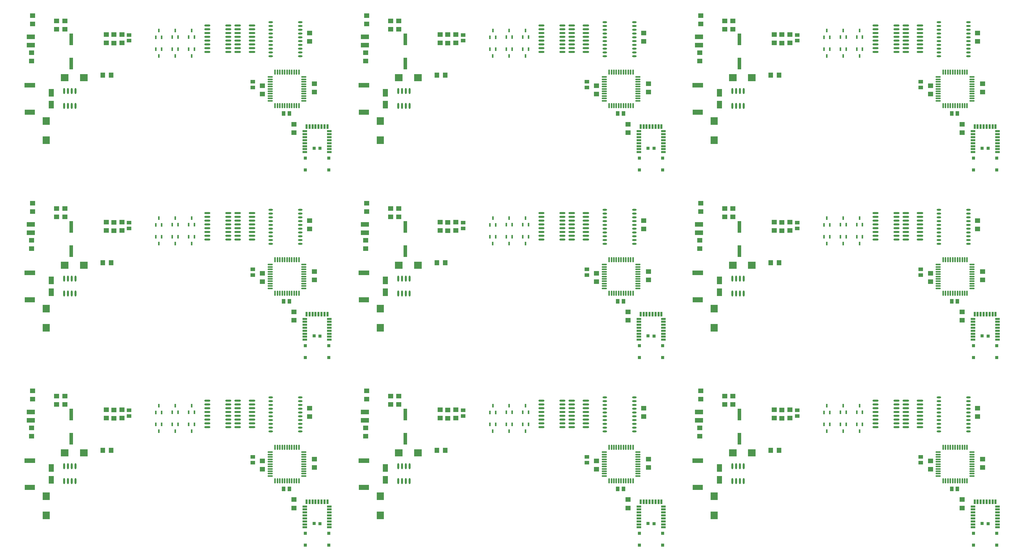
<source format=gtp>
%FSAX24Y24*%
%MOIN*%
G70*
G01*
G75*
G04 Layer_Color=8421504*
%ADD10C,0.0630*%
%ADD11R,0.0472X0.1575*%
%ADD12R,0.1063X0.0630*%
%ADD13R,0.0236X0.0453*%
%ADD14O,0.0236X0.0787*%
%ADD15R,0.1024X0.0945*%
%ADD16R,0.0709X0.0630*%
%ADD17R,0.0512X0.0591*%
%ADD18O,0.0591X0.0236*%
%ADD19R,0.0591X0.0512*%
%ADD20R,0.0945X0.1024*%
%ADD21R,0.0669X0.0984*%
%ADD22R,0.1378X0.0669*%
%ADD23R,0.1417X0.0591*%
%ADD24O,0.0866X0.0236*%
%ADD25O,0.0787X0.0248*%
%ADD26O,0.0689X0.0217*%
%ADD27O,0.0217X0.0689*%
%ADD28R,0.0630X0.0709*%
G04:AMPARAMS|DCode=29|XSize=24mil|YSize=59.1mil|CornerRadius=0.6mil|HoleSize=0mil|Usage=FLASHONLY|Rotation=270.000|XOffset=0mil|YOffset=0mil|HoleType=Round|Shape=RoundedRectangle|*
%AMROUNDEDRECTD29*
21,1,0.0240,0.0579,0,0,270.0*
21,1,0.0228,0.0591,0,0,270.0*
1,1,0.0012,-0.0289,-0.0114*
1,1,0.0012,-0.0289,0.0114*
1,1,0.0012,0.0289,0.0114*
1,1,0.0012,0.0289,-0.0114*
%
%ADD29ROUNDEDRECTD29*%
G04:AMPARAMS|DCode=30|XSize=24mil|YSize=59.1mil|CornerRadius=0.6mil|HoleSize=0mil|Usage=FLASHONLY|Rotation=180.000|XOffset=0mil|YOffset=0mil|HoleType=Round|Shape=RoundedRectangle|*
%AMROUNDEDRECTD30*
21,1,0.0240,0.0579,0,0,180.0*
21,1,0.0228,0.0591,0,0,180.0*
1,1,0.0012,-0.0114,0.0289*
1,1,0.0012,0.0114,0.0289*
1,1,0.0012,0.0114,-0.0289*
1,1,0.0012,-0.0114,-0.0289*
%
%ADD30ROUNDEDRECTD30*%
%ADD31C,0.0157*%
%ADD32C,0.0118*%
%ADD33C,0.0079*%
%ADD34C,0.0197*%
%ADD35C,0.0330*%
%ADD36C,0.0236*%
%ADD37C,0.0394*%
%ADD38R,0.0945X0.0984*%
%ADD39P,0.1114X4X270.0*%
%ADD40R,0.0394X0.0394*%
%ADD41C,0.1250*%
%ADD42C,0.0600*%
%ADD43C,0.0700*%
%ADD44R,0.0700X0.0700*%
%ADD45C,0.0709*%
%ADD46C,0.0500*%
%ADD47R,0.0500X0.0500*%
%ADD48C,0.1600*%
%ADD49C,0.0591*%
%ADD50R,0.0591X0.0591*%
%ADD51C,0.0394*%
%ADD52O,0.0472X0.0984*%
%ADD53C,0.0315*%
%ADD54C,0.0400*%
%ADD55R,0.6594X0.5118*%
%ADD56C,0.1650*%
%ADD57C,0.0640*%
G04:AMPARAMS|DCode=58|XSize=84mil|YSize=84mil|CornerRadius=0mil|HoleSize=0mil|Usage=FLASHONLY|Rotation=0.000|XOffset=0mil|YOffset=0mil|HoleType=Round|Shape=Relief|Width=10mil|Gap=10mil|Entries=4|*
%AMTHD58*
7,0,0,0.0840,0.0640,0.0100,45*
%
%ADD58THD58*%
%ADD59C,0.0610*%
%ADD60C,0.0800*%
G04:AMPARAMS|DCode=61|XSize=95mil|YSize=95mil|CornerRadius=0mil|HoleSize=0mil|Usage=FLASHONLY|Rotation=0.000|XOffset=0mil|YOffset=0mil|HoleType=Round|Shape=Relief|Width=10mil|Gap=10mil|Entries=4|*
%AMTHD61*
7,0,0,0.0950,0.0750,0.0100,45*
%
%ADD61THD61*%
G04:AMPARAMS|DCode=62|XSize=100mil|YSize=100mil|CornerRadius=0mil|HoleSize=0mil|Usage=FLASHONLY|Rotation=0.000|XOffset=0mil|YOffset=0mil|HoleType=Round|Shape=Relief|Width=10mil|Gap=10mil|Entries=4|*
%AMTHD62*
7,0,0,0.1000,0.0800,0.0100,45*
%
%ADD62THD62*%
%ADD63C,0.0750*%
%ADD64C,0.0754*%
%ADD65C,0.0872*%
%ADD66C,0.0680*%
G04:AMPARAMS|DCode=67|XSize=88mil|YSize=88mil|CornerRadius=0mil|HoleSize=0mil|Usage=FLASHONLY|Rotation=0.000|XOffset=0mil|YOffset=0mil|HoleType=Round|Shape=Relief|Width=10mil|Gap=10mil|Entries=4|*
%AMTHD67*
7,0,0,0.0880,0.0680,0.0100,45*
%
%ADD67THD67*%
G04:AMPARAMS|DCode=68|XSize=95.433mil|YSize=95.433mil|CornerRadius=0mil|HoleSize=0mil|Usage=FLASHONLY|Rotation=0.000|XOffset=0mil|YOffset=0mil|HoleType=Round|Shape=Relief|Width=10mil|Gap=10mil|Entries=4|*
%AMTHD68*
7,0,0,0.0954,0.0754,0.0100,45*
%
%ADD68THD68*%
%ADD69C,0.0597*%
G04:AMPARAMS|DCode=70|XSize=90mil|YSize=90mil|CornerRadius=0mil|HoleSize=0mil|Usage=FLASHONLY|Rotation=0.000|XOffset=0mil|YOffset=0mil|HoleType=Round|Shape=Relief|Width=10mil|Gap=10mil|Entries=4|*
%AMTHD70*
7,0,0,0.0900,0.0700,0.0100,45*
%
%ADD70THD70*%
%ADD71C,0.0636*%
%ADD72C,0.0518*%
G04:AMPARAMS|DCode=73|XSize=71.811mil|YSize=71.811mil|CornerRadius=0mil|HoleSize=0mil|Usage=FLASHONLY|Rotation=0.000|XOffset=0mil|YOffset=0mil|HoleType=Round|Shape=Relief|Width=10mil|Gap=10mil|Entries=4|*
%AMTHD73*
7,0,0,0.0718,0.0518,0.0100,45*
%
%ADD73THD73*%
%ADD74C,0.0787*%
%ADD75C,0.0295*%
%ADD76R,1.4173X0.3543*%
%ADD77R,0.5118X0.3543*%
%ADD78C,0.0050*%
%ADD79C,0.0098*%
%ADD80C,0.0080*%
%ADD81C,0.0039*%
%ADD82C,0.0100*%
%ADD83C,0.0059*%
%ADD84R,0.0049X0.0126*%
%ADD85R,0.0070X0.0160*%
%ADD86R,0.0110X0.0200*%
%ADD87R,0.0040X0.0190*%
%ADD88R,0.0050X0.0230*%
%ADD89R,0.0040X0.0150*%
%ADD90R,0.0220X0.0200*%
%ADD91R,0.0744X0.0120*%
%ADD92R,0.0663X0.0165*%
%ADD93R,0.0810X0.0092*%
%ADD94R,0.4331X0.0320*%
%ADD95R,0.1673X0.1525*%
%ADD96R,0.0310X0.1160*%
%ADD97R,0.0910X0.0580*%
%ADD98R,0.0815X0.0830*%
%ADD99R,0.1715X0.0705*%
D11*
X017550Y049663D02*
D03*
Y046474D02*
D03*
X061644Y049663D02*
D03*
Y046474D02*
D03*
X105739Y049663D02*
D03*
Y046474D02*
D03*
X017550Y074466D02*
D03*
Y071277D02*
D03*
X061644Y074466D02*
D03*
Y071277D02*
D03*
X105739Y074466D02*
D03*
Y071277D02*
D03*
X017550Y099269D02*
D03*
Y096080D02*
D03*
X061644Y099269D02*
D03*
Y096080D02*
D03*
X105739Y099269D02*
D03*
Y096080D02*
D03*
D12*
X012218Y049988D02*
D03*
Y048886D02*
D03*
X056312Y049988D02*
D03*
Y048886D02*
D03*
X100407Y049988D02*
D03*
Y048886D02*
D03*
X012218Y074791D02*
D03*
Y073689D02*
D03*
X056312Y074791D02*
D03*
Y073689D02*
D03*
X100407Y074791D02*
D03*
Y073689D02*
D03*
X012218Y099595D02*
D03*
Y098492D02*
D03*
X056312Y099595D02*
D03*
Y098492D02*
D03*
X100407Y099595D02*
D03*
Y098492D02*
D03*
D13*
X029469Y048357D02*
D03*
X028720D02*
D03*
X029094Y047472D02*
D03*
X031260Y050838D02*
D03*
X031634Y049952D02*
D03*
X030886D02*
D03*
X033425Y050838D02*
D03*
X033799Y049952D02*
D03*
X033051D02*
D03*
X033425Y047472D02*
D03*
X033051Y048357D02*
D03*
X033799D02*
D03*
X031260Y047472D02*
D03*
X030886Y048357D02*
D03*
X031634D02*
D03*
X029096Y050819D02*
D03*
X029470Y049933D02*
D03*
X028722D02*
D03*
X073563Y048357D02*
D03*
X072815D02*
D03*
X073189Y047472D02*
D03*
X075354Y050838D02*
D03*
X075728Y049952D02*
D03*
X074980D02*
D03*
X077520Y050838D02*
D03*
X077894Y049952D02*
D03*
X077146D02*
D03*
X077520Y047472D02*
D03*
X077146Y048357D02*
D03*
X077894D02*
D03*
X075354Y047472D02*
D03*
X074980Y048357D02*
D03*
X075728D02*
D03*
X073191Y050819D02*
D03*
X073565Y049933D02*
D03*
X072817D02*
D03*
X117657Y048357D02*
D03*
X116909D02*
D03*
X117283Y047472D02*
D03*
X119449Y050838D02*
D03*
X119823Y049952D02*
D03*
X119075D02*
D03*
X121614Y050838D02*
D03*
X121988Y049952D02*
D03*
X121240D02*
D03*
X121614Y047472D02*
D03*
X121240Y048357D02*
D03*
X121988D02*
D03*
X119449Y047472D02*
D03*
X119075Y048357D02*
D03*
X119823D02*
D03*
X117285Y050819D02*
D03*
X117659Y049933D02*
D03*
X116911D02*
D03*
X029469Y073161D02*
D03*
X028720D02*
D03*
X029094Y072275D02*
D03*
X031260Y075641D02*
D03*
X031634Y074755D02*
D03*
X030886D02*
D03*
X033425Y075641D02*
D03*
X033799Y074755D02*
D03*
X033051D02*
D03*
X033425Y072275D02*
D03*
X033051Y073161D02*
D03*
X033799D02*
D03*
X031260Y072275D02*
D03*
X030886Y073161D02*
D03*
X031634D02*
D03*
X029096Y075622D02*
D03*
X029470Y074737D02*
D03*
X028722D02*
D03*
X073563Y073161D02*
D03*
X072815D02*
D03*
X073189Y072275D02*
D03*
X075354Y075641D02*
D03*
X075728Y074755D02*
D03*
X074980D02*
D03*
X077520Y075641D02*
D03*
X077894Y074755D02*
D03*
X077146D02*
D03*
X077520Y072275D02*
D03*
X077146Y073161D02*
D03*
X077894D02*
D03*
X075354Y072275D02*
D03*
X074980Y073161D02*
D03*
X075728D02*
D03*
X073191Y075622D02*
D03*
X073565Y074737D02*
D03*
X072817D02*
D03*
X117657Y073161D02*
D03*
X116909D02*
D03*
X117283Y072275D02*
D03*
X119449Y075641D02*
D03*
X119823Y074755D02*
D03*
X119075D02*
D03*
X121614Y075641D02*
D03*
X121988Y074755D02*
D03*
X121240D02*
D03*
X121614Y072275D02*
D03*
X121240Y073161D02*
D03*
X121988D02*
D03*
X119449Y072275D02*
D03*
X119075Y073161D02*
D03*
X119823D02*
D03*
X117285Y075622D02*
D03*
X117659Y074737D02*
D03*
X116911D02*
D03*
X029469Y097964D02*
D03*
X028720D02*
D03*
X029094Y097078D02*
D03*
X031260Y100444D02*
D03*
X031634Y099558D02*
D03*
X030886D02*
D03*
X033425Y100444D02*
D03*
X033799Y099558D02*
D03*
X033051D02*
D03*
X033425Y097078D02*
D03*
X033051Y097964D02*
D03*
X033799D02*
D03*
X031260Y097078D02*
D03*
X030886Y097964D02*
D03*
X031634D02*
D03*
X029096Y100426D02*
D03*
X029470Y099540D02*
D03*
X028722D02*
D03*
X073563Y097964D02*
D03*
X072815D02*
D03*
X073189Y097078D02*
D03*
X075354Y100444D02*
D03*
X075728Y099558D02*
D03*
X074980D02*
D03*
X077520Y100444D02*
D03*
X077894Y099558D02*
D03*
X077146D02*
D03*
X077520Y097078D02*
D03*
X077146Y097964D02*
D03*
X077894D02*
D03*
X075354Y097078D02*
D03*
X074980Y097964D02*
D03*
X075728D02*
D03*
X073191Y100426D02*
D03*
X073565Y099540D02*
D03*
X072817D02*
D03*
X117657Y097964D02*
D03*
X116909D02*
D03*
X117283Y097078D02*
D03*
X119449Y100444D02*
D03*
X119823Y099558D02*
D03*
X119075D02*
D03*
X121614Y100444D02*
D03*
X121988Y099558D02*
D03*
X121240D02*
D03*
X121614Y097078D02*
D03*
X121240Y097964D02*
D03*
X121988D02*
D03*
X119449Y097078D02*
D03*
X119075Y097964D02*
D03*
X119823D02*
D03*
X117285Y100426D02*
D03*
X117659Y099540D02*
D03*
X116911D02*
D03*
D14*
X016612Y040867D02*
D03*
X017112D02*
D03*
X017612D02*
D03*
X018112D02*
D03*
X016612Y042836D02*
D03*
X017112D02*
D03*
X017612D02*
D03*
X018112D02*
D03*
X060707Y040867D02*
D03*
X061207D02*
D03*
X061707D02*
D03*
X062207D02*
D03*
X060707Y042836D02*
D03*
X061207D02*
D03*
X061707D02*
D03*
X062207D02*
D03*
X104801Y040867D02*
D03*
X105301D02*
D03*
X105801D02*
D03*
X106301D02*
D03*
X104801Y042836D02*
D03*
X105301D02*
D03*
X105801D02*
D03*
X106301D02*
D03*
X016612Y065670D02*
D03*
X017112D02*
D03*
X017612D02*
D03*
X018112D02*
D03*
X016612Y067639D02*
D03*
X017112D02*
D03*
X017612D02*
D03*
X018112D02*
D03*
X060707Y065670D02*
D03*
X061207D02*
D03*
X061707D02*
D03*
X062207D02*
D03*
X060707Y067639D02*
D03*
X061207D02*
D03*
X061707D02*
D03*
X062207D02*
D03*
X104801Y065670D02*
D03*
X105301D02*
D03*
X105801D02*
D03*
X106301D02*
D03*
X104801Y067639D02*
D03*
X105301D02*
D03*
X105801D02*
D03*
X106301D02*
D03*
X016612Y090474D02*
D03*
X017112D02*
D03*
X017612D02*
D03*
X018112D02*
D03*
X016612Y092442D02*
D03*
X017112D02*
D03*
X017612D02*
D03*
X018112D02*
D03*
X060707Y090474D02*
D03*
X061207D02*
D03*
X061707D02*
D03*
X062207D02*
D03*
X060707Y092442D02*
D03*
X061207D02*
D03*
X061707D02*
D03*
X062207D02*
D03*
X104801Y090474D02*
D03*
X105301D02*
D03*
X105801D02*
D03*
X106301D02*
D03*
X104801Y092442D02*
D03*
X105301D02*
D03*
X105801D02*
D03*
X106301D02*
D03*
D15*
X019200Y044598D02*
D03*
X016680D02*
D03*
X063294D02*
D03*
X060775D02*
D03*
X107389D02*
D03*
X104869D02*
D03*
X019200Y069401D02*
D03*
X016680D02*
D03*
X063294D02*
D03*
X060775D02*
D03*
X107389D02*
D03*
X104869D02*
D03*
X019200Y094205D02*
D03*
X016680D02*
D03*
X063294D02*
D03*
X060775D02*
D03*
X107389D02*
D03*
X104869D02*
D03*
D16*
X049656Y042678D02*
D03*
Y043781D02*
D03*
X042776Y042432D02*
D03*
Y043535D02*
D03*
X049000Y050489D02*
D03*
Y049387D02*
D03*
X046938Y037317D02*
D03*
Y038420D02*
D03*
X012318Y046806D02*
D03*
Y047908D02*
D03*
X024228Y050298D02*
D03*
Y049196D02*
D03*
X012441Y051694D02*
D03*
Y052796D02*
D03*
X023158Y050278D02*
D03*
Y049176D02*
D03*
X015610Y052107D02*
D03*
Y051005D02*
D03*
X022158Y050298D02*
D03*
Y049196D02*
D03*
X016693Y051005D02*
D03*
Y052107D02*
D03*
X093750Y042678D02*
D03*
Y043781D02*
D03*
X086870Y042432D02*
D03*
Y043535D02*
D03*
X093094Y050489D02*
D03*
Y049387D02*
D03*
X091032Y037317D02*
D03*
Y038420D02*
D03*
X056412Y046806D02*
D03*
Y047908D02*
D03*
X068322Y050298D02*
D03*
Y049196D02*
D03*
X056535Y051694D02*
D03*
Y052796D02*
D03*
X067252Y050278D02*
D03*
Y049176D02*
D03*
X059705Y052107D02*
D03*
Y051005D02*
D03*
X066252Y050298D02*
D03*
Y049196D02*
D03*
X060787Y051005D02*
D03*
Y052107D02*
D03*
X137844Y042678D02*
D03*
Y043781D02*
D03*
X130965Y042432D02*
D03*
Y043535D02*
D03*
X137189Y050489D02*
D03*
Y049387D02*
D03*
X135127Y037317D02*
D03*
Y038420D02*
D03*
X100507Y046806D02*
D03*
Y047908D02*
D03*
X112417Y050298D02*
D03*
Y049196D02*
D03*
X100630Y051694D02*
D03*
Y052796D02*
D03*
X111347Y050278D02*
D03*
Y049176D02*
D03*
X103799Y052107D02*
D03*
Y051005D02*
D03*
X110347Y050298D02*
D03*
Y049196D02*
D03*
X104882Y051005D02*
D03*
Y052107D02*
D03*
X049656Y067481D02*
D03*
Y068584D02*
D03*
X042776Y067235D02*
D03*
Y068338D02*
D03*
X049000Y075293D02*
D03*
Y074190D02*
D03*
X046938Y062120D02*
D03*
Y063223D02*
D03*
X012318Y071609D02*
D03*
Y072712D02*
D03*
X024228Y075101D02*
D03*
Y073999D02*
D03*
X012441Y076497D02*
D03*
Y077600D02*
D03*
X023158Y075081D02*
D03*
Y073979D02*
D03*
X015610Y076911D02*
D03*
Y075808D02*
D03*
X022158Y075101D02*
D03*
Y073999D02*
D03*
X016693Y075808D02*
D03*
Y076911D02*
D03*
X093750Y067481D02*
D03*
Y068584D02*
D03*
X086870Y067235D02*
D03*
Y068338D02*
D03*
X093094Y075293D02*
D03*
Y074190D02*
D03*
X091032Y062120D02*
D03*
Y063223D02*
D03*
X056412Y071609D02*
D03*
Y072712D02*
D03*
X068322Y075101D02*
D03*
Y073999D02*
D03*
X056535Y076497D02*
D03*
Y077600D02*
D03*
X067252Y075081D02*
D03*
Y073979D02*
D03*
X059705Y076911D02*
D03*
Y075808D02*
D03*
X066252Y075101D02*
D03*
Y073999D02*
D03*
X060787Y075808D02*
D03*
Y076911D02*
D03*
X137844Y067481D02*
D03*
Y068584D02*
D03*
X130965Y067235D02*
D03*
Y068338D02*
D03*
X137189Y075293D02*
D03*
Y074190D02*
D03*
X135127Y062120D02*
D03*
Y063223D02*
D03*
X100507Y071609D02*
D03*
Y072712D02*
D03*
X112417Y075101D02*
D03*
Y073999D02*
D03*
X100630Y076497D02*
D03*
Y077600D02*
D03*
X111347Y075081D02*
D03*
Y073979D02*
D03*
X103799Y076911D02*
D03*
Y075808D02*
D03*
X110347Y075101D02*
D03*
Y073999D02*
D03*
X104882Y075808D02*
D03*
Y076911D02*
D03*
X049656Y092285D02*
D03*
Y093387D02*
D03*
X042776Y092039D02*
D03*
Y093141D02*
D03*
X049000Y100096D02*
D03*
Y098993D02*
D03*
X046938Y086923D02*
D03*
Y088026D02*
D03*
X012318Y096412D02*
D03*
Y097515D02*
D03*
X024228Y099905D02*
D03*
Y098802D02*
D03*
X012441Y101300D02*
D03*
Y102403D02*
D03*
X023158Y099885D02*
D03*
Y098782D02*
D03*
X015610Y101714D02*
D03*
Y100611D02*
D03*
X022158Y099905D02*
D03*
Y098802D02*
D03*
X016693Y100611D02*
D03*
Y101714D02*
D03*
X093750Y092285D02*
D03*
Y093387D02*
D03*
X086870Y092039D02*
D03*
Y093141D02*
D03*
X093094Y100096D02*
D03*
Y098993D02*
D03*
X091032Y086923D02*
D03*
Y088026D02*
D03*
X056412Y096412D02*
D03*
Y097515D02*
D03*
X068322Y099905D02*
D03*
Y098802D02*
D03*
X056535Y101300D02*
D03*
Y102403D02*
D03*
X067252Y099885D02*
D03*
Y098782D02*
D03*
X059705Y101714D02*
D03*
Y100611D02*
D03*
X066252Y099905D02*
D03*
Y098802D02*
D03*
X060787Y100611D02*
D03*
Y101714D02*
D03*
X137844Y092285D02*
D03*
Y093387D02*
D03*
X130965Y092039D02*
D03*
Y093141D02*
D03*
X137189Y100096D02*
D03*
Y098993D02*
D03*
X135127Y086923D02*
D03*
Y088026D02*
D03*
X100507Y096412D02*
D03*
Y097515D02*
D03*
X112417Y099905D02*
D03*
Y098802D02*
D03*
X100630Y101300D02*
D03*
Y102403D02*
D03*
X111347Y099885D02*
D03*
Y098782D02*
D03*
X103799Y101714D02*
D03*
Y100611D02*
D03*
X110347Y099905D02*
D03*
Y098802D02*
D03*
X104882Y100611D02*
D03*
Y101714D02*
D03*
D17*
X045580Y039848D02*
D03*
X046328D02*
D03*
X089674D02*
D03*
X090423D02*
D03*
X133769D02*
D03*
X134517D02*
D03*
X045580Y064651D02*
D03*
X046328D02*
D03*
X089674D02*
D03*
X090423D02*
D03*
X133769D02*
D03*
X134517D02*
D03*
X045580Y089454D02*
D03*
X046328D02*
D03*
X089674D02*
D03*
X090423D02*
D03*
X133769D02*
D03*
X134517D02*
D03*
D18*
X047776Y047436D02*
D03*
Y047936D02*
D03*
Y048436D02*
D03*
Y048936D02*
D03*
Y049436D02*
D03*
Y049936D02*
D03*
Y050436D02*
D03*
Y050936D02*
D03*
Y051436D02*
D03*
Y051936D02*
D03*
X043878Y047436D02*
D03*
Y047936D02*
D03*
Y048436D02*
D03*
Y048936D02*
D03*
Y049436D02*
D03*
Y049936D02*
D03*
Y050436D02*
D03*
Y050936D02*
D03*
Y051436D02*
D03*
Y051936D02*
D03*
X091870Y047436D02*
D03*
Y047936D02*
D03*
Y048436D02*
D03*
Y048936D02*
D03*
Y049436D02*
D03*
Y049936D02*
D03*
Y050436D02*
D03*
Y050936D02*
D03*
Y051436D02*
D03*
Y051936D02*
D03*
X087972Y047436D02*
D03*
Y047936D02*
D03*
Y048436D02*
D03*
Y048936D02*
D03*
Y049436D02*
D03*
Y049936D02*
D03*
Y050436D02*
D03*
Y050936D02*
D03*
Y051436D02*
D03*
Y051936D02*
D03*
X135965Y047436D02*
D03*
Y047936D02*
D03*
Y048436D02*
D03*
Y048936D02*
D03*
Y049436D02*
D03*
Y049936D02*
D03*
Y050436D02*
D03*
Y050936D02*
D03*
Y051436D02*
D03*
Y051936D02*
D03*
X132067Y047436D02*
D03*
Y047936D02*
D03*
Y048436D02*
D03*
Y048936D02*
D03*
Y049436D02*
D03*
Y049936D02*
D03*
Y050436D02*
D03*
Y050936D02*
D03*
Y051436D02*
D03*
Y051936D02*
D03*
X047776Y072239D02*
D03*
Y072739D02*
D03*
Y073239D02*
D03*
Y073739D02*
D03*
Y074239D02*
D03*
Y074739D02*
D03*
Y075239D02*
D03*
Y075739D02*
D03*
Y076239D02*
D03*
Y076739D02*
D03*
X043878Y072239D02*
D03*
Y072739D02*
D03*
Y073239D02*
D03*
Y073739D02*
D03*
Y074239D02*
D03*
Y074739D02*
D03*
Y075239D02*
D03*
Y075739D02*
D03*
Y076239D02*
D03*
Y076739D02*
D03*
X091870Y072239D02*
D03*
Y072739D02*
D03*
Y073239D02*
D03*
Y073739D02*
D03*
Y074239D02*
D03*
Y074739D02*
D03*
Y075239D02*
D03*
Y075739D02*
D03*
Y076239D02*
D03*
Y076739D02*
D03*
X087972Y072239D02*
D03*
Y072739D02*
D03*
Y073239D02*
D03*
Y073739D02*
D03*
Y074239D02*
D03*
Y074739D02*
D03*
Y075239D02*
D03*
Y075739D02*
D03*
Y076239D02*
D03*
Y076739D02*
D03*
X135965Y072239D02*
D03*
Y072739D02*
D03*
Y073239D02*
D03*
Y073739D02*
D03*
Y074239D02*
D03*
Y074739D02*
D03*
Y075239D02*
D03*
Y075739D02*
D03*
Y076239D02*
D03*
Y076739D02*
D03*
X132067Y072239D02*
D03*
Y072739D02*
D03*
Y073239D02*
D03*
Y073739D02*
D03*
Y074239D02*
D03*
Y074739D02*
D03*
Y075239D02*
D03*
Y075739D02*
D03*
Y076239D02*
D03*
Y076739D02*
D03*
X047776Y097043D02*
D03*
Y097543D02*
D03*
Y098043D02*
D03*
Y098543D02*
D03*
Y099043D02*
D03*
Y099543D02*
D03*
Y100043D02*
D03*
Y100543D02*
D03*
Y101043D02*
D03*
Y101543D02*
D03*
X043878Y097043D02*
D03*
Y097543D02*
D03*
Y098043D02*
D03*
Y098543D02*
D03*
Y099043D02*
D03*
Y099543D02*
D03*
Y100043D02*
D03*
Y100543D02*
D03*
Y101043D02*
D03*
Y101543D02*
D03*
X091870Y097043D02*
D03*
Y097543D02*
D03*
Y098043D02*
D03*
Y098543D02*
D03*
Y099043D02*
D03*
Y099543D02*
D03*
Y100043D02*
D03*
Y100543D02*
D03*
Y101043D02*
D03*
Y101543D02*
D03*
X087972Y097043D02*
D03*
Y097543D02*
D03*
Y098043D02*
D03*
Y098543D02*
D03*
Y099043D02*
D03*
Y099543D02*
D03*
Y100043D02*
D03*
Y100543D02*
D03*
Y101043D02*
D03*
Y101543D02*
D03*
X135965Y097043D02*
D03*
Y097543D02*
D03*
Y098043D02*
D03*
Y098543D02*
D03*
Y099043D02*
D03*
Y099543D02*
D03*
Y100043D02*
D03*
Y100543D02*
D03*
Y101043D02*
D03*
Y101543D02*
D03*
X132067Y097043D02*
D03*
Y097543D02*
D03*
Y098043D02*
D03*
Y098543D02*
D03*
Y099043D02*
D03*
Y099543D02*
D03*
Y100043D02*
D03*
Y100543D02*
D03*
Y101043D02*
D03*
Y101543D02*
D03*
D19*
X025178Y049479D02*
D03*
Y050227D02*
D03*
X041496Y043308D02*
D03*
Y044056D02*
D03*
X069272Y049479D02*
D03*
Y050227D02*
D03*
X085591Y043308D02*
D03*
Y044056D02*
D03*
X113367Y049479D02*
D03*
Y050227D02*
D03*
X129685Y043308D02*
D03*
Y044056D02*
D03*
X025178Y074282D02*
D03*
Y075030D02*
D03*
X041496Y068111D02*
D03*
Y068859D02*
D03*
X069272Y074282D02*
D03*
Y075030D02*
D03*
X085591Y068111D02*
D03*
Y068859D02*
D03*
X113367Y074282D02*
D03*
Y075030D02*
D03*
X129685Y068111D02*
D03*
Y068859D02*
D03*
X025178Y099085D02*
D03*
Y099833D02*
D03*
X041496Y092915D02*
D03*
Y093663D02*
D03*
X069272Y099085D02*
D03*
Y099833D02*
D03*
X085591Y092915D02*
D03*
Y093663D02*
D03*
X113367Y099085D02*
D03*
Y099833D02*
D03*
X129685Y092915D02*
D03*
Y093663D02*
D03*
D20*
X014232Y036340D02*
D03*
Y038859D02*
D03*
X058327Y036340D02*
D03*
Y038859D02*
D03*
X102421Y036340D02*
D03*
Y038859D02*
D03*
X014232Y061143D02*
D03*
Y063663D02*
D03*
X058327Y061143D02*
D03*
Y063663D02*
D03*
X102421Y061143D02*
D03*
Y063663D02*
D03*
X014232Y085946D02*
D03*
Y088466D02*
D03*
X058327Y085946D02*
D03*
Y088466D02*
D03*
X102421Y085946D02*
D03*
Y088466D02*
D03*
D21*
X014921Y042600D02*
D03*
Y041025D02*
D03*
X059016Y042600D02*
D03*
Y041025D02*
D03*
X103110Y042600D02*
D03*
Y041025D02*
D03*
X014921Y067403D02*
D03*
Y065828D02*
D03*
X059016Y067403D02*
D03*
Y065828D02*
D03*
X103110Y067403D02*
D03*
Y065828D02*
D03*
X014921Y092206D02*
D03*
Y090631D02*
D03*
X059016Y092206D02*
D03*
Y090631D02*
D03*
X103110Y092206D02*
D03*
Y090631D02*
D03*
D22*
X012067Y040041D02*
D03*
X056161D02*
D03*
X100256D02*
D03*
X012067Y064844D02*
D03*
X056161D02*
D03*
X100256D02*
D03*
X012067Y089647D02*
D03*
X056161D02*
D03*
X100256D02*
D03*
D23*
X012067Y043584D02*
D03*
X056161D02*
D03*
X100256D02*
D03*
X012067Y068387D02*
D03*
X056161D02*
D03*
X100256D02*
D03*
X012067Y093190D02*
D03*
X056161D02*
D03*
X100256D02*
D03*
D24*
X041395Y047988D02*
D03*
Y048488D02*
D03*
Y048988D02*
D03*
Y049488D02*
D03*
Y049988D02*
D03*
Y050488D02*
D03*
Y050988D02*
D03*
Y051488D02*
D03*
X039505Y047988D02*
D03*
Y048488D02*
D03*
Y048988D02*
D03*
Y049488D02*
D03*
Y049988D02*
D03*
Y050488D02*
D03*
Y050988D02*
D03*
Y051488D02*
D03*
X085489Y047988D02*
D03*
Y048488D02*
D03*
Y048988D02*
D03*
Y049488D02*
D03*
Y049988D02*
D03*
Y050488D02*
D03*
Y050988D02*
D03*
Y051488D02*
D03*
X083600Y047988D02*
D03*
Y048488D02*
D03*
Y048988D02*
D03*
Y049488D02*
D03*
Y049988D02*
D03*
Y050488D02*
D03*
Y050988D02*
D03*
Y051488D02*
D03*
X129584Y047988D02*
D03*
Y048488D02*
D03*
Y048988D02*
D03*
Y049488D02*
D03*
Y049988D02*
D03*
Y050488D02*
D03*
Y050988D02*
D03*
Y051488D02*
D03*
X127694Y047988D02*
D03*
Y048488D02*
D03*
Y048988D02*
D03*
Y049488D02*
D03*
Y049988D02*
D03*
Y050488D02*
D03*
Y050988D02*
D03*
Y051488D02*
D03*
X041395Y072791D02*
D03*
Y073291D02*
D03*
Y073791D02*
D03*
Y074291D02*
D03*
Y074791D02*
D03*
Y075291D02*
D03*
Y075791D02*
D03*
Y076291D02*
D03*
X039505Y072791D02*
D03*
Y073291D02*
D03*
Y073791D02*
D03*
Y074291D02*
D03*
Y074791D02*
D03*
Y075291D02*
D03*
Y075791D02*
D03*
Y076291D02*
D03*
X085489Y072791D02*
D03*
Y073291D02*
D03*
Y073791D02*
D03*
Y074291D02*
D03*
Y074791D02*
D03*
Y075291D02*
D03*
Y075791D02*
D03*
Y076291D02*
D03*
X083600Y072791D02*
D03*
Y073291D02*
D03*
Y073791D02*
D03*
Y074291D02*
D03*
Y074791D02*
D03*
Y075291D02*
D03*
Y075791D02*
D03*
Y076291D02*
D03*
X129584Y072791D02*
D03*
Y073291D02*
D03*
Y073791D02*
D03*
Y074291D02*
D03*
Y074791D02*
D03*
Y075291D02*
D03*
Y075791D02*
D03*
Y076291D02*
D03*
X127694Y072791D02*
D03*
Y073291D02*
D03*
Y073791D02*
D03*
Y074291D02*
D03*
Y074791D02*
D03*
Y075291D02*
D03*
Y075791D02*
D03*
Y076291D02*
D03*
X041395Y097594D02*
D03*
Y098094D02*
D03*
Y098594D02*
D03*
Y099094D02*
D03*
Y099594D02*
D03*
Y100094D02*
D03*
Y100594D02*
D03*
Y101094D02*
D03*
X039505Y097594D02*
D03*
Y098094D02*
D03*
Y098594D02*
D03*
Y099094D02*
D03*
Y099594D02*
D03*
Y100094D02*
D03*
Y100594D02*
D03*
Y101094D02*
D03*
X085489Y097594D02*
D03*
Y098094D02*
D03*
Y098594D02*
D03*
Y099094D02*
D03*
Y099594D02*
D03*
Y100094D02*
D03*
Y100594D02*
D03*
Y101094D02*
D03*
X083600Y097594D02*
D03*
Y098094D02*
D03*
Y098594D02*
D03*
Y099094D02*
D03*
Y099594D02*
D03*
Y100094D02*
D03*
Y100594D02*
D03*
Y101094D02*
D03*
X129584Y097594D02*
D03*
Y098094D02*
D03*
Y098594D02*
D03*
Y099094D02*
D03*
Y099594D02*
D03*
Y100094D02*
D03*
Y100594D02*
D03*
Y101094D02*
D03*
X127694Y097594D02*
D03*
Y098094D02*
D03*
Y098594D02*
D03*
Y099094D02*
D03*
Y099594D02*
D03*
Y100094D02*
D03*
Y100594D02*
D03*
Y101094D02*
D03*
D25*
X038278Y047988D02*
D03*
Y048488D02*
D03*
Y048988D02*
D03*
Y049488D02*
D03*
Y049988D02*
D03*
Y050488D02*
D03*
Y050988D02*
D03*
Y051488D02*
D03*
X035522Y047988D02*
D03*
Y048488D02*
D03*
Y048988D02*
D03*
Y049488D02*
D03*
Y049988D02*
D03*
Y050488D02*
D03*
Y050988D02*
D03*
Y051488D02*
D03*
X082372Y047988D02*
D03*
Y048488D02*
D03*
Y048988D02*
D03*
Y049488D02*
D03*
Y049988D02*
D03*
Y050488D02*
D03*
Y050988D02*
D03*
Y051488D02*
D03*
X079617Y047988D02*
D03*
Y048488D02*
D03*
Y048988D02*
D03*
Y049488D02*
D03*
Y049988D02*
D03*
Y050488D02*
D03*
Y050988D02*
D03*
Y051488D02*
D03*
X126467Y047988D02*
D03*
Y048488D02*
D03*
Y048988D02*
D03*
Y049488D02*
D03*
Y049988D02*
D03*
Y050488D02*
D03*
Y050988D02*
D03*
Y051488D02*
D03*
X123711Y047988D02*
D03*
Y048488D02*
D03*
Y048988D02*
D03*
Y049488D02*
D03*
Y049988D02*
D03*
Y050488D02*
D03*
Y050988D02*
D03*
Y051488D02*
D03*
X038278Y072791D02*
D03*
Y073291D02*
D03*
Y073791D02*
D03*
Y074291D02*
D03*
Y074791D02*
D03*
Y075291D02*
D03*
Y075791D02*
D03*
Y076291D02*
D03*
X035522Y072791D02*
D03*
Y073291D02*
D03*
Y073791D02*
D03*
Y074291D02*
D03*
Y074791D02*
D03*
Y075291D02*
D03*
Y075791D02*
D03*
Y076291D02*
D03*
X082372Y072791D02*
D03*
Y073291D02*
D03*
Y073791D02*
D03*
Y074291D02*
D03*
Y074791D02*
D03*
Y075291D02*
D03*
Y075791D02*
D03*
Y076291D02*
D03*
X079617Y072791D02*
D03*
Y073291D02*
D03*
Y073791D02*
D03*
Y074291D02*
D03*
Y074791D02*
D03*
Y075291D02*
D03*
Y075791D02*
D03*
Y076291D02*
D03*
X126467Y072791D02*
D03*
Y073291D02*
D03*
Y073791D02*
D03*
Y074291D02*
D03*
Y074791D02*
D03*
Y075291D02*
D03*
Y075791D02*
D03*
Y076291D02*
D03*
X123711Y072791D02*
D03*
Y073291D02*
D03*
Y073791D02*
D03*
Y074291D02*
D03*
Y074791D02*
D03*
Y075291D02*
D03*
Y075791D02*
D03*
Y076291D02*
D03*
X038278Y097594D02*
D03*
Y098094D02*
D03*
Y098594D02*
D03*
Y099094D02*
D03*
Y099594D02*
D03*
Y100094D02*
D03*
Y100594D02*
D03*
Y101094D02*
D03*
X035522Y097594D02*
D03*
Y098094D02*
D03*
Y098594D02*
D03*
Y099094D02*
D03*
Y099594D02*
D03*
Y100094D02*
D03*
Y100594D02*
D03*
Y101094D02*
D03*
X082372Y097594D02*
D03*
Y098094D02*
D03*
Y098594D02*
D03*
Y099094D02*
D03*
Y099594D02*
D03*
Y100094D02*
D03*
Y100594D02*
D03*
Y101094D02*
D03*
X079617Y097594D02*
D03*
Y098094D02*
D03*
Y098594D02*
D03*
Y099094D02*
D03*
Y099594D02*
D03*
Y100094D02*
D03*
Y100594D02*
D03*
Y101094D02*
D03*
X126467Y097594D02*
D03*
Y098094D02*
D03*
Y098594D02*
D03*
Y099094D02*
D03*
Y099594D02*
D03*
Y100094D02*
D03*
Y100594D02*
D03*
Y101094D02*
D03*
X123711Y097594D02*
D03*
Y098094D02*
D03*
Y098594D02*
D03*
Y099094D02*
D03*
Y099594D02*
D03*
Y100094D02*
D03*
Y100594D02*
D03*
Y101094D02*
D03*
D26*
X043799Y044686D02*
D03*
Y044371D02*
D03*
Y044056D02*
D03*
Y043741D02*
D03*
Y043426D02*
D03*
Y043111D02*
D03*
Y042796D02*
D03*
Y042481D02*
D03*
Y042167D02*
D03*
Y041852D02*
D03*
Y041537D02*
D03*
X048248D02*
D03*
Y041852D02*
D03*
Y042167D02*
D03*
Y042481D02*
D03*
Y042796D02*
D03*
Y043111D02*
D03*
Y043426D02*
D03*
Y043741D02*
D03*
Y044056D02*
D03*
Y044371D02*
D03*
Y044686D02*
D03*
X087894D02*
D03*
Y044371D02*
D03*
Y044056D02*
D03*
Y043741D02*
D03*
Y043426D02*
D03*
Y043111D02*
D03*
Y042796D02*
D03*
Y042481D02*
D03*
Y042167D02*
D03*
Y041852D02*
D03*
Y041537D02*
D03*
X092343D02*
D03*
Y041852D02*
D03*
Y042167D02*
D03*
Y042481D02*
D03*
Y042796D02*
D03*
Y043111D02*
D03*
Y043426D02*
D03*
Y043741D02*
D03*
Y044056D02*
D03*
Y044371D02*
D03*
Y044686D02*
D03*
X131988D02*
D03*
Y044371D02*
D03*
Y044056D02*
D03*
Y043741D02*
D03*
Y043426D02*
D03*
Y043111D02*
D03*
Y042796D02*
D03*
Y042481D02*
D03*
Y042167D02*
D03*
Y041852D02*
D03*
Y041537D02*
D03*
X136437D02*
D03*
Y041852D02*
D03*
Y042167D02*
D03*
Y042481D02*
D03*
Y042796D02*
D03*
Y043111D02*
D03*
Y043426D02*
D03*
Y043741D02*
D03*
Y044056D02*
D03*
Y044371D02*
D03*
Y044686D02*
D03*
X043799Y069489D02*
D03*
Y069174D02*
D03*
Y068859D02*
D03*
Y068544D02*
D03*
Y068230D02*
D03*
Y067915D02*
D03*
Y067600D02*
D03*
Y067285D02*
D03*
Y066970D02*
D03*
Y066655D02*
D03*
Y066340D02*
D03*
X048248D02*
D03*
Y066655D02*
D03*
Y066970D02*
D03*
Y067285D02*
D03*
Y067600D02*
D03*
Y067915D02*
D03*
Y068230D02*
D03*
Y068544D02*
D03*
Y068859D02*
D03*
Y069174D02*
D03*
Y069489D02*
D03*
X087894D02*
D03*
Y069174D02*
D03*
Y068859D02*
D03*
Y068544D02*
D03*
Y068230D02*
D03*
Y067915D02*
D03*
Y067600D02*
D03*
Y067285D02*
D03*
Y066970D02*
D03*
Y066655D02*
D03*
Y066340D02*
D03*
X092343D02*
D03*
Y066655D02*
D03*
Y066970D02*
D03*
Y067285D02*
D03*
Y067600D02*
D03*
Y067915D02*
D03*
Y068230D02*
D03*
Y068544D02*
D03*
Y068859D02*
D03*
Y069174D02*
D03*
Y069489D02*
D03*
X131988D02*
D03*
Y069174D02*
D03*
Y068859D02*
D03*
Y068544D02*
D03*
Y068230D02*
D03*
Y067915D02*
D03*
Y067600D02*
D03*
Y067285D02*
D03*
Y066970D02*
D03*
Y066655D02*
D03*
Y066340D02*
D03*
X136437D02*
D03*
Y066655D02*
D03*
Y066970D02*
D03*
Y067285D02*
D03*
Y067600D02*
D03*
Y067915D02*
D03*
Y068230D02*
D03*
Y068544D02*
D03*
Y068859D02*
D03*
Y069174D02*
D03*
Y069489D02*
D03*
X043799Y094293D02*
D03*
Y093978D02*
D03*
Y093663D02*
D03*
Y093348D02*
D03*
Y093033D02*
D03*
Y092718D02*
D03*
Y092403D02*
D03*
Y092088D02*
D03*
Y091773D02*
D03*
Y091458D02*
D03*
Y091143D02*
D03*
X048248D02*
D03*
Y091458D02*
D03*
Y091773D02*
D03*
Y092088D02*
D03*
Y092403D02*
D03*
Y092718D02*
D03*
Y093033D02*
D03*
Y093348D02*
D03*
Y093663D02*
D03*
Y093978D02*
D03*
Y094293D02*
D03*
X087894D02*
D03*
Y093978D02*
D03*
Y093663D02*
D03*
Y093348D02*
D03*
Y093033D02*
D03*
Y092718D02*
D03*
Y092403D02*
D03*
Y092088D02*
D03*
Y091773D02*
D03*
Y091458D02*
D03*
Y091143D02*
D03*
X092343D02*
D03*
Y091458D02*
D03*
Y091773D02*
D03*
Y092088D02*
D03*
Y092403D02*
D03*
Y092718D02*
D03*
Y093033D02*
D03*
Y093348D02*
D03*
Y093663D02*
D03*
Y093978D02*
D03*
Y094293D02*
D03*
X131988D02*
D03*
Y093978D02*
D03*
Y093663D02*
D03*
Y093348D02*
D03*
Y093033D02*
D03*
Y092718D02*
D03*
Y092403D02*
D03*
Y092088D02*
D03*
Y091773D02*
D03*
Y091458D02*
D03*
Y091143D02*
D03*
X136437D02*
D03*
Y091458D02*
D03*
Y091773D02*
D03*
Y092088D02*
D03*
Y092403D02*
D03*
Y092718D02*
D03*
Y093033D02*
D03*
Y093348D02*
D03*
Y093663D02*
D03*
Y093978D02*
D03*
Y094293D02*
D03*
D27*
X044449Y040887D02*
D03*
X044764D02*
D03*
X045079D02*
D03*
X045394D02*
D03*
X045709D02*
D03*
X046024D02*
D03*
X046339D02*
D03*
X046654D02*
D03*
X046968D02*
D03*
X047283D02*
D03*
X047598D02*
D03*
Y045336D02*
D03*
X047283D02*
D03*
X046968D02*
D03*
X046654D02*
D03*
X046339D02*
D03*
X046024D02*
D03*
X045709D02*
D03*
X045394D02*
D03*
X045079D02*
D03*
X044764D02*
D03*
X044449D02*
D03*
X088543Y040887D02*
D03*
X088858D02*
D03*
X089173D02*
D03*
X089488D02*
D03*
X089803D02*
D03*
X090118D02*
D03*
X090433D02*
D03*
X090748D02*
D03*
X091063D02*
D03*
X091378D02*
D03*
X091693D02*
D03*
Y045336D02*
D03*
X091378D02*
D03*
X091063D02*
D03*
X090748D02*
D03*
X090433D02*
D03*
X090118D02*
D03*
X089803D02*
D03*
X089488D02*
D03*
X089173D02*
D03*
X088858D02*
D03*
X088543D02*
D03*
X132638Y040887D02*
D03*
X132953D02*
D03*
X133268D02*
D03*
X133583D02*
D03*
X133898D02*
D03*
X134213D02*
D03*
X134528D02*
D03*
X134843D02*
D03*
X135157D02*
D03*
X135472D02*
D03*
X135787D02*
D03*
Y045336D02*
D03*
X135472D02*
D03*
X135157D02*
D03*
X134843D02*
D03*
X134528D02*
D03*
X134213D02*
D03*
X133898D02*
D03*
X133583D02*
D03*
X133268D02*
D03*
X132953D02*
D03*
X132638D02*
D03*
X044449Y065690D02*
D03*
X044764D02*
D03*
X045079D02*
D03*
X045394D02*
D03*
X045709D02*
D03*
X046024D02*
D03*
X046339D02*
D03*
X046654D02*
D03*
X046968D02*
D03*
X047283D02*
D03*
X047598D02*
D03*
Y070139D02*
D03*
X047283D02*
D03*
X046968D02*
D03*
X046654D02*
D03*
X046339D02*
D03*
X046024D02*
D03*
X045709D02*
D03*
X045394D02*
D03*
X045079D02*
D03*
X044764D02*
D03*
X044449D02*
D03*
X088543Y065690D02*
D03*
X088858D02*
D03*
X089173D02*
D03*
X089488D02*
D03*
X089803D02*
D03*
X090118D02*
D03*
X090433D02*
D03*
X090748D02*
D03*
X091063D02*
D03*
X091378D02*
D03*
X091693D02*
D03*
Y070139D02*
D03*
X091378D02*
D03*
X091063D02*
D03*
X090748D02*
D03*
X090433D02*
D03*
X090118D02*
D03*
X089803D02*
D03*
X089488D02*
D03*
X089173D02*
D03*
X088858D02*
D03*
X088543D02*
D03*
X132638Y065690D02*
D03*
X132953D02*
D03*
X133268D02*
D03*
X133583D02*
D03*
X133898D02*
D03*
X134213D02*
D03*
X134528D02*
D03*
X134843D02*
D03*
X135157D02*
D03*
X135472D02*
D03*
X135787D02*
D03*
Y070139D02*
D03*
X135472D02*
D03*
X135157D02*
D03*
X134843D02*
D03*
X134528D02*
D03*
X134213D02*
D03*
X133898D02*
D03*
X133583D02*
D03*
X133268D02*
D03*
X132953D02*
D03*
X132638D02*
D03*
X044449Y090493D02*
D03*
X044764D02*
D03*
X045079D02*
D03*
X045394D02*
D03*
X045709D02*
D03*
X046024D02*
D03*
X046339D02*
D03*
X046654D02*
D03*
X046968D02*
D03*
X047283D02*
D03*
X047598D02*
D03*
Y094942D02*
D03*
X047283D02*
D03*
X046968D02*
D03*
X046654D02*
D03*
X046339D02*
D03*
X046024D02*
D03*
X045709D02*
D03*
X045394D02*
D03*
X045079D02*
D03*
X044764D02*
D03*
X044449D02*
D03*
X088543Y090493D02*
D03*
X088858D02*
D03*
X089173D02*
D03*
X089488D02*
D03*
X089803D02*
D03*
X090118D02*
D03*
X090433D02*
D03*
X090748D02*
D03*
X091063D02*
D03*
X091378D02*
D03*
X091693D02*
D03*
Y094942D02*
D03*
X091378D02*
D03*
X091063D02*
D03*
X090748D02*
D03*
X090433D02*
D03*
X090118D02*
D03*
X089803D02*
D03*
X089488D02*
D03*
X089173D02*
D03*
X088858D02*
D03*
X088543D02*
D03*
X132638Y090493D02*
D03*
X132953D02*
D03*
X133268D02*
D03*
X133583D02*
D03*
X133898D02*
D03*
X134213D02*
D03*
X134528D02*
D03*
X134843D02*
D03*
X135157D02*
D03*
X135472D02*
D03*
X135787D02*
D03*
Y094942D02*
D03*
X135472D02*
D03*
X135157D02*
D03*
X134843D02*
D03*
X134528D02*
D03*
X134213D02*
D03*
X133898D02*
D03*
X133583D02*
D03*
X133268D02*
D03*
X132953D02*
D03*
X132638D02*
D03*
D28*
X021696Y044925D02*
D03*
X022798D02*
D03*
X065790D02*
D03*
X066892D02*
D03*
X109885D02*
D03*
X110987D02*
D03*
X021696Y069728D02*
D03*
X022798D02*
D03*
X065790D02*
D03*
X066892D02*
D03*
X109885D02*
D03*
X110987D02*
D03*
X021696Y094532D02*
D03*
X022798D02*
D03*
X065790D02*
D03*
X066892D02*
D03*
X109885D02*
D03*
X110987D02*
D03*
D29*
X048373Y034757D02*
D03*
Y035151D02*
D03*
Y035544D02*
D03*
Y035938D02*
D03*
Y036332D02*
D03*
Y036726D02*
D03*
Y037119D02*
D03*
Y037513D02*
D03*
X051602D02*
D03*
Y037119D02*
D03*
Y036726D02*
D03*
Y036332D02*
D03*
Y035938D02*
D03*
Y035544D02*
D03*
Y035151D02*
D03*
Y034757D02*
D03*
X092468D02*
D03*
Y035151D02*
D03*
Y035544D02*
D03*
Y035938D02*
D03*
Y036332D02*
D03*
Y036726D02*
D03*
Y037119D02*
D03*
Y037513D02*
D03*
X095696D02*
D03*
Y037119D02*
D03*
Y036726D02*
D03*
Y036332D02*
D03*
Y035938D02*
D03*
Y035544D02*
D03*
Y035151D02*
D03*
Y034757D02*
D03*
X136562D02*
D03*
Y035151D02*
D03*
Y035544D02*
D03*
Y035938D02*
D03*
Y036332D02*
D03*
Y036726D02*
D03*
Y037119D02*
D03*
Y037513D02*
D03*
X139791D02*
D03*
Y037119D02*
D03*
Y036726D02*
D03*
Y036332D02*
D03*
Y035938D02*
D03*
Y035544D02*
D03*
Y035151D02*
D03*
Y034757D02*
D03*
X048373Y059560D02*
D03*
Y059954D02*
D03*
Y060348D02*
D03*
Y060741D02*
D03*
Y061135D02*
D03*
Y061529D02*
D03*
Y061922D02*
D03*
Y062316D02*
D03*
X051602D02*
D03*
Y061922D02*
D03*
Y061529D02*
D03*
Y061135D02*
D03*
Y060741D02*
D03*
Y060348D02*
D03*
Y059954D02*
D03*
Y059560D02*
D03*
X092468D02*
D03*
Y059954D02*
D03*
Y060348D02*
D03*
Y060741D02*
D03*
Y061135D02*
D03*
Y061529D02*
D03*
Y061922D02*
D03*
Y062316D02*
D03*
X095696D02*
D03*
Y061922D02*
D03*
Y061529D02*
D03*
Y061135D02*
D03*
Y060741D02*
D03*
Y060348D02*
D03*
Y059954D02*
D03*
Y059560D02*
D03*
X136562D02*
D03*
Y059954D02*
D03*
Y060348D02*
D03*
Y060741D02*
D03*
Y061135D02*
D03*
Y061529D02*
D03*
Y061922D02*
D03*
Y062316D02*
D03*
X139791D02*
D03*
Y061922D02*
D03*
Y061529D02*
D03*
Y061135D02*
D03*
Y060741D02*
D03*
Y060348D02*
D03*
Y059954D02*
D03*
Y059560D02*
D03*
X048373Y084363D02*
D03*
Y084757D02*
D03*
Y085151D02*
D03*
Y085544D02*
D03*
Y085938D02*
D03*
Y086332D02*
D03*
Y086726D02*
D03*
Y087119D02*
D03*
X051602D02*
D03*
Y086726D02*
D03*
Y086332D02*
D03*
Y085938D02*
D03*
Y085544D02*
D03*
Y085151D02*
D03*
Y084757D02*
D03*
Y084363D02*
D03*
X092468D02*
D03*
Y084757D02*
D03*
Y085151D02*
D03*
Y085544D02*
D03*
Y085938D02*
D03*
Y086332D02*
D03*
Y086726D02*
D03*
Y087119D02*
D03*
X095696D02*
D03*
Y086726D02*
D03*
Y086332D02*
D03*
Y085938D02*
D03*
Y085544D02*
D03*
Y085151D02*
D03*
Y084757D02*
D03*
Y084363D02*
D03*
X136562D02*
D03*
Y084757D02*
D03*
Y085151D02*
D03*
Y085544D02*
D03*
Y085938D02*
D03*
Y086332D02*
D03*
Y086726D02*
D03*
Y087119D02*
D03*
X139791D02*
D03*
Y086726D02*
D03*
Y086332D02*
D03*
Y085938D02*
D03*
Y085544D02*
D03*
Y085151D02*
D03*
Y084757D02*
D03*
Y084363D02*
D03*
D30*
X048606Y038143D02*
D03*
X048999D02*
D03*
X049393D02*
D03*
X049787D02*
D03*
X050180D02*
D03*
X050574D02*
D03*
X050968D02*
D03*
X051361D02*
D03*
X092700D02*
D03*
X093094D02*
D03*
X093487D02*
D03*
X093881D02*
D03*
X094275D02*
D03*
X094669D02*
D03*
X095062D02*
D03*
X095456D02*
D03*
X136794D02*
D03*
X137188D02*
D03*
X137582D02*
D03*
X137976D02*
D03*
X138369D02*
D03*
X138763D02*
D03*
X139157D02*
D03*
X139550D02*
D03*
X048606Y062946D02*
D03*
X048999D02*
D03*
X049393D02*
D03*
X049787D02*
D03*
X050180D02*
D03*
X050574D02*
D03*
X050968D02*
D03*
X051361D02*
D03*
X092700D02*
D03*
X093094D02*
D03*
X093487D02*
D03*
X093881D02*
D03*
X094275D02*
D03*
X094669D02*
D03*
X095062D02*
D03*
X095456D02*
D03*
X136794D02*
D03*
X137188D02*
D03*
X137582D02*
D03*
X137976D02*
D03*
X138369D02*
D03*
X138763D02*
D03*
X139157D02*
D03*
X139550D02*
D03*
X048606Y087749D02*
D03*
X048999D02*
D03*
X049393D02*
D03*
X049787D02*
D03*
X050180D02*
D03*
X050574D02*
D03*
X050968D02*
D03*
X051361D02*
D03*
X092700D02*
D03*
X093094D02*
D03*
X093487D02*
D03*
X093881D02*
D03*
X094275D02*
D03*
X094669D02*
D03*
X095062D02*
D03*
X095456D02*
D03*
X136794D02*
D03*
X137188D02*
D03*
X137582D02*
D03*
X137976D02*
D03*
X138369D02*
D03*
X138763D02*
D03*
X139157D02*
D03*
X139550D02*
D03*
D40*
X050377Y035245D02*
D03*
X049590Y035255D02*
D03*
X051523Y033970D02*
D03*
Y032395D02*
D03*
X048444D02*
D03*
X048442Y033970D02*
D03*
X094472Y035245D02*
D03*
X093684Y035255D02*
D03*
X095617Y033970D02*
D03*
Y032395D02*
D03*
X092539D02*
D03*
X092537Y033970D02*
D03*
X138566Y035245D02*
D03*
X137779Y035255D02*
D03*
X139712Y033970D02*
D03*
Y032395D02*
D03*
X136633D02*
D03*
X136631Y033970D02*
D03*
X050377Y060048D02*
D03*
X049590Y060058D02*
D03*
X051523Y058773D02*
D03*
Y057198D02*
D03*
X048444D02*
D03*
X048442Y058773D02*
D03*
X094472Y060048D02*
D03*
X093684Y060058D02*
D03*
X095617Y058773D02*
D03*
Y057198D02*
D03*
X092539D02*
D03*
X092537Y058773D02*
D03*
X138566Y060048D02*
D03*
X137779Y060058D02*
D03*
X139712Y058773D02*
D03*
Y057198D02*
D03*
X136633D02*
D03*
X136631Y058773D02*
D03*
X050377Y084852D02*
D03*
X049590Y084861D02*
D03*
X051523Y083576D02*
D03*
Y082001D02*
D03*
X048444D02*
D03*
X048442Y083576D02*
D03*
X094472Y084852D02*
D03*
X093684Y084861D02*
D03*
X095617Y083576D02*
D03*
Y082001D02*
D03*
X092539D02*
D03*
X092537Y083576D02*
D03*
X138566Y084852D02*
D03*
X137779Y084861D02*
D03*
X139712Y083576D02*
D03*
Y082001D02*
D03*
X136633D02*
D03*
X136631Y083576D02*
D03*
M02*

</source>
